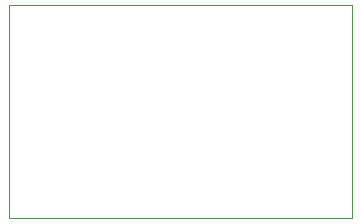
<source format=gbr>
%TF.GenerationSoftware,KiCad,Pcbnew,7.0.6*%
%TF.CreationDate,2024-02-29T16:34:28+02:00*%
%TF.ProjectId,sensirion,73656e73-6972-4696-9f6e-2e6b69636164,rev?*%
%TF.SameCoordinates,Original*%
%TF.FileFunction,Profile,NP*%
%FSLAX46Y46*%
G04 Gerber Fmt 4.6, Leading zero omitted, Abs format (unit mm)*
G04 Created by KiCad (PCBNEW 7.0.6) date 2024-02-29 16:34:28*
%MOMM*%
%LPD*%
G01*
G04 APERTURE LIST*
%TA.AperFunction,Profile*%
%ADD10C,0.100000*%
%TD*%
G04 APERTURE END LIST*
D10*
X14500000Y9000000D02*
X-14500000Y9000000D01*
X-14500000Y-9000000D01*
X14500000Y-9000000D01*
X14500000Y9000000D01*
M02*

</source>
